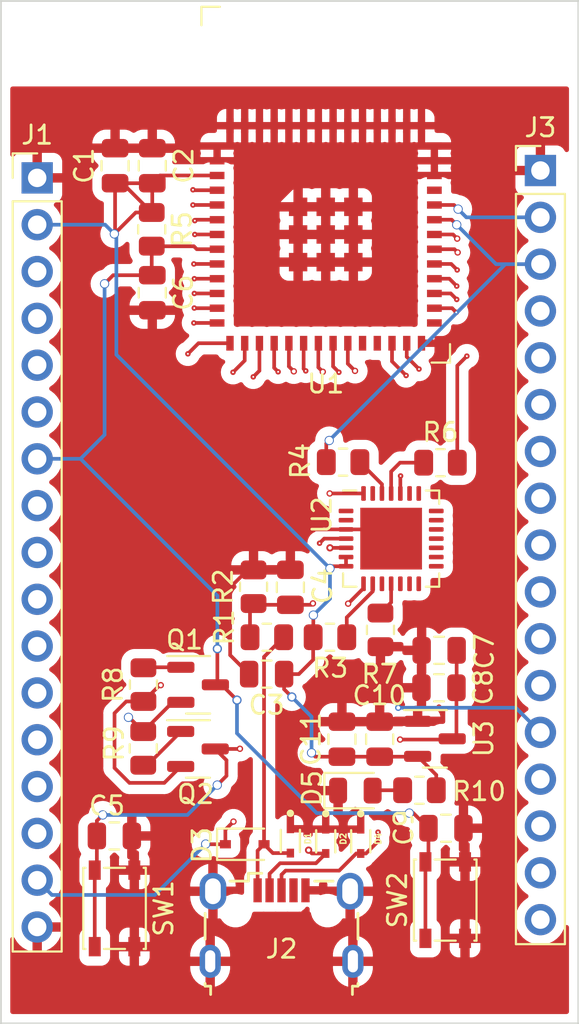
<source format=kicad_pcb>
(kicad_pcb (version 20211014) (generator pcbnew)
  (layers (0 "F.Cu" signal) (1 "In1.Cu" signal) (2 "In2.Cu" signal) (31 "B.Cu" signal) (34 "B.Paste" user) (35 "F.Paste" user) (36 "B.SilkS" user "B.Silkscreen") (37 "F.SilkS" user "F.Silkscreen") (38 "B.Mask" user) (39 "F.Mask" user) (44 "Edge.Cuts" user))
  (net 0 "")
  (net 1 "+3V3")
  (net 2 "GND")
  (net 3 "Net-(C4-Pad1)")
  (net 4 "GPIO0")
  (net 5 "ESP_RST")
  (net 6 "+5V")
  (net 7 "VBUS")
  (net 8 "/CP2102N_A02_GQFN28/USB_DN")
  (net 9 "/CP2102N_A02_GQFN28/USB_DP")
  (net 10 "Net-(D5-Pad2)")
  (net 11 "GPI36")
  (net 12 "GPI37")
  (net 13 "GPI38")
  (net 14 "GPI39")
  (net 15 "GPI34")
  (net 16 "GPI35")
  (net 17 "GPIO32")
  (net 18 "GPI033")
  (net 19 "GPIO25")
  (net 20 "GPIO26")
  (net 21 "GPIO27")
  (net 22 "GPIO14")
  (net 26 "U0TXD")
  (net 27 "U0RXD")
  (net 29 "GPIO21")
  (net 30 "GPIO22")
  (net 31 "GPIO19")
  (net 32 "GPIO23")
  (net 33 "GPIO18")
  (net 34 "GPIO5")
  (net 35 "GPIO10")
  (net 36 "GPIO9")
  (net 38 "GPIO4")
  (net 39 "GPIO2")
  (net 40 "GPIO15")
  (net 41 "GPIO13")
  (net 42 "GPIO12")
  (net 43 "Net-(Q1-Pad1)")
  (net 44 "/CP2102N_A02_GQFN28/RTS")
  (net 45 "Net-(Q2-Pad1)")
  (net 46 "/CP2102N_A02_GQFN28/DTR")
  (net 47 "Net-(R3-Pad2)")
  (net 48 "Net-(R4-Pad1)")
  (net 49 "Net-(R6-Pad1)")
  (net 50 "Net-(R7-Pad2)")
  (footprint "Capacitor_SMD:C_0805_2012Metric" (layer "F.Cu") (at 95.44 80.09 90)
    (fp_text reference "C4")
    (fp_text value "1uF/16V(10%)" hide)
  )
  (footprint "Connector_PinHeader_2.54mm:PinHeader_1x17_P2.54mm_Vertical" (layer "F.Cu") (at 81.69 57.88)
    (fp_text reference "J1")
    (fp_text value "CON17X1_2P54" hide)
  )
  (footprint "Button_Switch_SMD:SW_SPST_PTS810" (layer "F.Cu") (at 85.89 97.51 90)
    (fp_text reference "SW1")
    (fp_text value "SW_Push" hide)
  )
  (footprint "Capacitor_SMD:C_0805_2012Metric" (layer "F.Cu") (at 103.52 83.51 180)
    (fp_text reference "C7")
    (fp_text value "10uF/25V(20%)" hide)
  )
  (footprint "Capacitor_SMD:C_0805_2012Metric" (layer "F.Cu") (at 85.88 93.58 180)
    (fp_text reference "C5")
    (fp_text value "0.1uF/50V(10%)(NC)" hide)
  )
  (footprint "Package_TO_SOT_SMD:SOT-23" (layer "F.Cu") (at 90.42 88.86)
    (fp_text reference "Q2")
    (fp_text value "L8050QLT1G" hide)
  )
  (footprint "Connector_PinHeader_2.54mm:PinHeader_1x17_P2.54mm_Vertical" (layer "F.Cu") (at 109.02 57.48)
    (fp_text reference "J3")
    (fp_text value "CON17X1_2P54" hide)
  )
  (footprint "Diode_SMD:D_SOD-323" (layer "F.Cu") (at 92.96 94.03)
    (fp_text reference "D3")
    (fp_text value "1N5819WS" hide)
  )
  (footprint "Capacitor_SMD:C_0805_2012Metric" (layer "F.Cu") (at 94.15 84.8 180)
    (fp_text reference "C3")
    (fp_text value "10uF/25V(20%)" hide)
  )
  (footprint "LESD5D5:TVS_LESD5D5.0CT1G" (layer "F.Cu") (at 97.36 93.87 -90)
    (fp_text reference "D2")
    (fp_text value "D_TVS_Filled" hide)
  )
  (footprint "Resistor_SMD:R_0805_2012Metric" (layer "F.Cu") (at 98.3025 73.3 180)
    (fp_text reference "R4")
    (fp_text value "0(1%)" hide)
  )
  (footprint "Connector_USB:USB_Micro-B_Wuerth_629105150521" (layer "F.Cu") (at 94.96 98.43)
    (fp_text reference "J2")
    (fp_text value "USB_B_Micro" hide)
  )
  (footprint "Capacitor_SMD:C_0805_2012Metric" (layer "F.Cu") (at 103.51 85.54 180)
    (fp_text reference "C8")
    (fp_text value "0.1uF/50V(10%)" hide)
  )
  (footprint "Capacitor_SMD:C_0805_2012Metric" (layer "F.Cu") (at 103.89 93.16 180)
    (fp_text reference "C9")
    (fp_text value "0.1uF/50V(10%)(NC)" hide)
  )
  (footprint "Capacitor_SMD:C_0805_2012Metric" (layer "F.Cu") (at 85.92 57.22 90)
    (fp_text reference "C1")
    (fp_text value "10uF/25V(20%)" hide)
  )
  (footprint "Capacitor_SMD:C_0805_2012Metric" (layer "F.Cu") (at 87.94 57.22 90)
    (fp_text reference "C2")
    (fp_text value "0.1uF/50V(10%)" hide)
  )
  (footprint "nuevo simbolo:esp32-devkitM-1" (layer "F.Cu") (at 97.36 60.95)
    (fp_text reference "U1")
    (fp_text value "esp32-devkitM-1" hide)
  )
  (footprint "Resistor_SMD:R_0805_2012Metric" (layer "F.Cu") (at 93.44 80.06 90)
    (fp_text reference "R2")
    (fp_text value "47.5K(1%)" hide)
  )
  (footprint "Resistor_SMD:R_0805_2012Metric" (layer "F.Cu") (at 87.45 88.83 -90)
    (fp_text reference "R9")
    (fp_text value "10K(1%)" hide)
  )
  (footprint "Capacitor_SMD:C_0805_2012Metric" (layer "F.Cu") (at 87.94 64.11 -90)
    (fp_text reference "C6")
    (fp_text value "1uF/16V(10%)" hide)
  )
  (footprint "Package_TO_SOT_SMD:SOT-23" (layer "F.Cu") (at 103.29 88.31)
    (fp_text reference "U3")
    (fp_text value "SGM2212-3.3XKC3G/TR" hide)
  )
  (footprint "Button_Switch_SMD:SW_SPST_PTS810" (layer "F.Cu") (at 103.85 97.06 90)
    (fp_text reference "SW2")
    (fp_text value "SW_Push" hide)
  )
  (footprint "LESD5D5:TVS_LESD5D5.0CT1G" (layer "F.Cu") (at 99.26 93.87 -90)
    (fp_text reference "D4")
    (fp_text value "D_TVS_Filled" hide)
  )
  (footprint "Resistor_SMD:R_0805_2012Metric" (layer "F.Cu") (at 103.5925 73.33)
    (fp_text reference "R6")
    (fp_text value "0(1%)" hide)
  )
  (footprint "Resistor_SMD:R_0805_2012Metric" (layer "F.Cu") (at 94.16 82.8 180)
    (fp_text reference "R1")
    (fp_text value "22.1K(1%)" hide)
  )
  (footprint "Package_TO_SOT_SMD:SOT-23" (layer "F.Cu") (at 90.43 85.38)
    (fp_text reference "Q1")
    (fp_text value "L8050QLT1G" hide)
  )
  (footprint "Resistor_SMD:R_0805_2012Metric" (layer "F.Cu") (at 87.91 60.67 -90)
    (fp_text reference "R5")
    (fp_text value "10K(1%)" hide)
  )
  (footprint "Resistor_SMD:R_0805_2012Metric" (layer "F.Cu") (at 100.3325 82.4 90)
    (fp_text reference "R7")
    (fp_text value "10K(1%)(NC)" hide)
  )
  (footprint "LED_SMD:LED_0805_2012Metric" (layer "F.Cu") (at 98.97 91.12)
    (fp_text reference "D5")
    (fp_text value "LED" hide)
  )
  (footprint "Resistor_SMD:R_0805_2012Metric" (layer "F.Cu") (at 102.45 91.1)
    (fp_text reference "R10")
    (fp_text value "5.1K(1%)" hide)
  )
  (footprint "Capacitor_SMD:C_0805_2012Metric" (layer "F.Cu") (at 100.29 88.33 90)
    (fp_text reference "C10")
    (fp_text value "0.1uF/50V(10%)" hide)
  )
  (footprint "Capacitor_SMD:C_0805_2012Metric" (layer "F.Cu") (at 98.24 88.33 90)
    (fp_text reference "C11")
    (fp_text value "10uF/25V(20%)" hide)
  )
  (footprint "Resistor_SMD:R_0805_2012Metric" (layer "F.Cu") (at 97.59 82.8)
    (fp_text reference "R3")
    (fp_text value "1K(1%)" hide)
  )
  (footprint "Resistor_SMD:R_0805_2012Metric" (layer "F.Cu") (at 87.46 85.37 90)
    (fp_text reference "R8")
    (fp_text value "10K(1%)" hide)
  )
  (footprint "LESD5D5:TVS_LESD5D5.0CT1G" (layer "F.Cu") (at 95.44 93.85 -90)
    (fp_text reference "D1")
    (fp_text value "D_TVS_Filled" hide)
  )
  (footprint "Package_DFN_QFN:QFN-28-1EP_5x5mm_P0.5mm_EP3.35x3.35mm" (layer "F.Cu") (at 100.9125 77.45)
    (fp_text reference "U2")
    (fp_text value "CP2102N-Axx-xQFN28" hide)
  )
  (gr_rect (start 79.72 103.75) (end 111.08 48.28) (layer "Edge.Cuts") (width 0.1) (fill none))
  (segment (start 98.24 89.28) (end 100.29 89.28) (width 0.2) (layer "F.Cu") (net 1))
  (segment (start 87.91 59.7575) (end 86.3225 58.17) (width 0.2) (layer "F.Cu") (net 1))
  (segment (start 87.0425 59.7575) (end 85.88 60.92) (width 0.2) (layer "F.Cu") (net 1))
  (segment (start 96.68 82.7975) (end 96.6775 82.8) (width 0.2) (layer "F.Cu") (net 1))
  (segment (start 87.94 58.17) (end 87.94 59.7275) (width 0.2) (layer "F.Cu") (net 1))
  (segment (start 87.91 59.7575) (end 87.0425 59.7575) (width 0.2) (layer "F.Cu") (net 1))
  (segment (start 100.29 89.28) (end 102.3325 89.28) (width 0.2) (layer "F.Cu") (net 1))
  (segment (start 98.24 89.28) (end 96.8 89.28) (width 0.2) (layer "F.Cu") (net 1))
  (segment (start 103.3625 91.1) (end 103.3625 90.27) (width 0.2) (layer "F.Cu") (net 1))
  (segment (start 96.69 81.6) (end 96.68 82.7975) (width 0.2) (layer "F.Cu") (net 1))
  (segment (start 95.1 85.62) (end 95.52 86.04) (width 0.2) (layer "F.Cu") (net 1))
  (segment (start 96.6775 84.0225) (end 96.6775 82.8) (width 0.2) (layer "F.Cu") (net 1))
  (segment (start 103.3625 90.27) (end 102.3525 89.26) (width 0.2) (layer "F.Cu") (net 1))
  (segment (start 87.94 59.7275) (end 87.91 59.7575) (width 0.2) (layer "F.Cu") (net 1))
  (segment (start 88.36 57.75) (end 87.94 58.17) (width 0.2) (layer "F.Cu") (net 1))
  (segment (start 95.9 84.8) (end 96.6775 84.0225) (width 0.2) (layer "F.Cu") (net 1))
  (segment (start 85.92 60.88) (end 85.92 58.17) (width 0.2) (layer "F.Cu") (net 1))
  (segment (start 86.3225 58.17) (end 85.92 58.17) (width 0.2) (layer "F.Cu") (net 1))
  (segment (start 97.71 78.95) (end 97.59 79.07) (width 0.2) (layer "F.Cu") (net 1))
  (segment (start 95.1 84.8) (end 95.1 85.62) (width 0.2) (layer "F.Cu") (net 1))
  (segment (start 87.94 58.17) (end 85.92 58.17) (width 0.2) (layer "F.Cu") (net 1))
  (segment (start 102.3325 89.28) (end 102.3525 89.26) (width 0.2) (layer "F.Cu") (net 1))
  (segment (start 98.4625 78.95) (end 98.4625 78.45) (width 0.2) (layer "F.Cu") (net 1))
  (segment (start 98.4625 78.95) (end 97.71 78.95) (width 0.2) (layer "F.Cu") (net 1))
  (segment (start 96.8 89.28) (end 96.59 89.07) (width 0.2) (layer "F.Cu") (net 1))
  (segment (start 91.46 57.75) (end 88.36 57.75) (width 0.2) (layer "F.Cu") (net 1))
  (segment (start 85.88 60.92) (end 85.92 60.88) (width 0.2) (layer "F.Cu") (net 1))
  (segment (start 95.1 84.8) (end 95.9 84.8) (width 0.2) (layer "F.Cu") (net 1))
  (via (at 97.59 79.07) (size 0.5) (drill 0.4) (layers "F.Cu" "B.Cu") (net 1))
  (via (at 85.88 60.92) (size 0.5) (drill 0.4) (layers "F.Cu" "B.Cu") (net 1))
  (via (at 96.59 89.07) (size 0.5) (drill 0.4) (layers "F.Cu" "B.Cu") (net 1))
  (via (at 96.69 81.6) (size 0.5) (drill 0.4) (layers "F.Cu" "B.Cu") (net 1))
  (via (at 95.52 86.04) (size 0.5) (drill 0.35) (layers "F.Cu" "B.Cu") (net 1))
  (segment (start 85.99 67.47) (end 85.99 61.03) (width 0.2) (layer "B.Cu") (net 1))
  (segment (start 96.59 87.11) (end 96.59 89.07) (width 0.2) (layer "B.Cu") (net 1))
  (segment (start 96.69 81.6) (end 97.59 80.71) (width 0.2) (layer "B.Cu") (net 1))
  (segment (start 97.59 79.07) (end 85.99 67.47) (width 0.2) (layer "B.Cu") (net 1))
  (segment (start 95.52 86.04) (end 96.59 87.11) (width 0.2) (layer "B.Cu") (net 1))
  (segment (start 81.69 60.42) (end 85.38 60.42) (width 0.2) (layer "B.Cu") (net 1))
  (segment (start 97.59 80.71) (end 97.59 79.07) (width 0.2) (layer "B.Cu") (net 1))
  (segment (start 85.38 60.42) (end 85.88 60.92) (width 0.2) (layer "B.Cu") (net 1))
  (segment (start 85.99 61.03) (end 85.88 60.92) (width 0.2) (layer "B.Cu") (net 1))
  (segment (start 96.39 76.95) (end 95.44 77.9) (width 0.2) (layer "F.Cu") (net 2))
  (segment (start 92.17 80.1) (end 92.17 83.77) (width 0.2) (layer "F.Cu") (net 2))
  (segment (start 95.44 77.9) (end 95.44 79.14) (width 0.2) (layer "F.Cu") (net 2))
  (segment (start 92.17 83.77) (end 93.2 84.8) (width 0.2) (layer "F.Cu") (net 2))
  (segment (start 98.4625 76.95) (end 96.39 76.95) (width 0.2) (layer "F.Cu") (net 2))
  (segment (start 93.1225 79.1475) (end 92.17 80.1) (width 0.2) (layer "F.Cu") (net 2))
  (segment (start 100.4125 76.95) (end 100.9125 77.45) (width 0.2) (layer "F.Cu") (net 2))
  (segment (start 98.4625 76.95) (end 100.4125 76.95) (width 0.2) (layer "F.Cu") (net 2))
  (segment (start 93.44 79.1475) (end 93.1225 79.1475) (width 0.2) (layer "F.Cu") (net 2))
  (segment (start 99.4125 80.141606) (end 98.577053 80.977053) (width 0.2) (layer "F.Cu") (net 3))
  (segment (start 95.44 81.04) (end 96.588955 81.04) (width 0.2) (layer "F.Cu") (net 3))
  (segment (start 93.2475 81.165) (end 93.44 80.9725) (width 0.2) (layer "F.Cu") (net 3))
  (segment (start 93.2475 82.8) (end 93.2475 81.165) (width 0.2) (layer "F.Cu") (net 3))
  (segment (start 99.4125 79.9) (end 99.4125 80.141606) (width 0.2) (layer "F.Cu") (net 3))
  (segment (start 96.588955 81.04) (end 96.6646 80.964355) (width 0.2) (layer "F.Cu") (net 3))
  (segment (start 93.5075 81.04) (end 93.44 80.9725) (width 0.2) (layer "F.Cu") (net 3))
  (segment (start 95.44 81.04) (end 93.5075 81.04) (width 0.2) (layer "F.Cu") (net 3))
  (via micro (at 96.6646 80.964355) (size 0.35) (drill 0.2) (layers "F.Cu" "In1.Cu") (net 3))
  (via micro (at 98.577053 80.977053) (size 0.35) (drill 0.2) (layers "F.Cu" "In1.Cu") (net 3))
  (segment (start 91.97 90.32) (end 91.97 89.4725) (width 0.2) (layer "F.Cu") (net 4))
  (segment (start 84.93 93.58) (end 84.93 92.76) (width 0.2) (layer "F.Cu") (net 4))
  (segment (start 84.815 95.435) (end 84.815 99.585) (width 0.2) (layer "F.Cu") (net 4))
  (segment (start 84.93 95.32) (end 84.815 95.435) (width 0.2) (layer "F.Cu") (net 4))
  (segment (start 84.93 93.58) (end 84.93 95.32) (width 0.2) (layer "F.Cu") (net 4))
  (segment (start 92.69 88.86) (end 92.7 88.85) (width 0.2) (layer "F.Cu") (net 4))
  (segment (start 91.3575 88.86) (end 92.69 88.86) (width 0.2) (layer "F.Cu") (net 4))
  (segment (start 91.47 90.82) (end 91.97 90.32) (width 0.2) (layer "F.Cu") (net 4))
  (segment (start 84.93 92.76) (end 85.25 92.44) (width 0.2) (layer "F.Cu") (net 4))
  (segment (start 97.76 66.85) (end 97.76 68.11) (width 0.2) (layer "F.Cu") (net 4))
  (segment (start 97.76 68.11) (end 98.075 68.425) (width 0.2) (layer "F.Cu") (net 4))
  (segment (start 91.97 89.4725) (end 91.3575 88.86) (width 0.2) (layer "F.Cu") (net 4))
  (via (at 85.25 92.44) (size 0.5) (drill 0.4) (layers "F.Cu" "B.Cu") (net 4))
  (via (at 91.47 90.82) (size 0.5) (drill 0.4) (layers "F.Cu" "B.Cu") (net 4))
  (via micro (at 98.075 68.425) (size 0.3) (drill 0.1) (layers "F.Cu" "In1.Cu") (net 4))
  (via micro (at 92.7 88.85) (size 0.35) (drill 0.2) (layers "F.Cu" "In2.Cu") (net 4))
  (via micro (at 101.3 86.625) (size 0.35) (drill 0.2) (layers "In2.Cu" "B.Cu") (net 4))
  (segment (start 107.685 86.625) (end 109.02 87.96) (width 0.2) (layer "B.Cu") (net 4))
  (segment (start 85.25 92.44) (end 89.85 92.44) (width 0.2) (layer "B.Cu") (net 4))
  (segment (start 89.85 92.44) (end 91.47 90.82) (width 0.2) (layer "B.Cu") (net 4))
  (segment (start 101.3 86.625) (end 107.685 86.625) (width 0.2) (layer "B.Cu") (net 4))
  (segment (start 91.475 83.425) (end 91.475 85.2725) (width 0.2) (layer "F.Cu") (net 5))
  (segment (start 102.94 94.82) (end 102.775 94.985) (width 0.2) (layer "F.Cu") (net 5))
  (segment (start 90.36 61.75) (end 91.46 61.75) (width 0.2) (layer "F.Cu") (net 5))
  (segment (start 85.815 63.16) (end 85.35 63.625) (width 0.2) (layer "F.Cu") (net 5))
  (segment (start 87.91 63.13) (end 87.94 63.16) (width 0.2) (layer "F.Cu") (net 5))
  (segment (start 91.71 85.38) (end 92.54 86.21) (width 0.2) (layer "F.Cu") (net 5))
  (segment (start 102.94 93.16) (end 102.94 94.82) (width 0.2) (layer "F.Cu") (net 5))
  (segment (start 90.2 61.59) (end 90.36 61.75) (width 0.2) (layer "F.Cu") (net 5))
  (segment (start 91.475 85.2725) (end 91.3675 85.38) (width 0.2) (layer "F.Cu") (net 5))
  (segment (start 87.91 61.5825) (end 87.91 63.13) (width 0.2) (layer "F.Cu") (net 5))
  (segment (start 102.12 92.34) (end 102.94 93.16) (width 0.2) (layer "F.Cu") (net 5))
  (segment (start 87.94 63.16) (end 85.815 63.16) (width 0.2) (layer "F.Cu") (net 5))
  (segment (start 102.775 94.985) (end 102.775 99.135) (width 0.2) (layer "F.Cu") (net 5))
  (segment (start 101.9 92.34) (end 102.12 92.34) (width 0.2) (layer "F.Cu") (net 5))
  (segment (start 91.3675 85.38) (end 91.71 85.38) (width 0.2) (layer "F.Cu") (net 5))
  (segment (start 87.9175 61.59) (end 90.2 61.59) (width 0.2) (layer "F.Cu") (net 5))
  (segment (start 87.91 61.5825) (end 87.9175 61.59) (width 0.2) (layer "F.Cu") (net 5))
  (via (at 92.54 86.21) (size 0.5) (drill 0.35) (layers "F.Cu" "B.Cu") (net 5))
  (via (at 85.35 63.625) (size 0.5) (drill 0.4) (layers "F.Cu" "B.Cu") (net 5))
  (via (at 91.475 83.425) (size 0.5) (drill 0.35) (layers "F.Cu" "B.Cu") (net 5))
  (via (at 101.9 92.34) (size 0.5) (drill 0.4) (layers "F.Cu" "B.Cu") (net 5))
  (segment (start 96.87 92.34) (end 101.9 92.34) (width 0.2) (layer "B.Cu") (net 5))
  (segment (start 91.475 80.55) (end 91.475 83.425) (width 0.2) (layer "B.Cu") (net 5))
  (segment (start 81.69 73.12) (end 84.045 73.12) (width 0.2) (layer "B.Cu") (net 5))
  (segment (start 85.35 71.815) (end 84.045 73.12) (width 0.2) (layer "B.Cu") (net 5))
  (segment (start 89.95 79.025) (end 91.475 80.55) (width 0.2) (layer "B.Cu") (net 5))
  (segment (start 92.54 88.01) (end 96.87 92.34) (width 0.2) (layer "B.Cu") (net 5))
  (segment (start 92.54 86.21) (end 92.54 88.01) (width 0.2) (layer "B.Cu") (net 5))
  (segment (start 85.35 63.625) (end 85.35 71.815) (width 0.2) (layer "B.Cu") (net 5))
  (segment (start 84.045 73.12) (end 89.95 79.025) (width 0.2) (layer "B.Cu") (net 5))
  (segment (start 104.47 83.51) (end 104.47 85.53) (width 0.2) (layer "F.Cu") (net 6))
  (segment (start 91.91 93.24) (end 92.35 92.8) (width 0.2) (layer "F.Cu") (net 6))
  (segment (start 91.91 94.03) (end 91.91 93.24) (width 0.2) (layer "F.Cu") (net 6))
  (segment (start 104.46 85.54) (end 104.46 88.0775) (width 0.2) (layer "F.Cu") (net 6))
  (segment (start 104.1875 88.35) (end 104.2275 88.31) (width 0.2) (layer "F.Cu") (net 6))
  (segment (start 104.46 88.0775) (end 104.2275 88.31) (width 0.2) (layer "F.Cu") (net 6))
  (segment (start 90.85 94.03) (end 90.84 94.02) (width 0.2) (layer "F.Cu") (net 6))
  (segment (start 101.4 88.35) (end 104.1875 88.35) (width 0.2) (layer "F.Cu") (net 6))
  (segment (start 91.91 94.03) (end 90.85 94.03) (width 0.2) (layer "F.Cu") (net 6))
  (segment (start 104.47 85.53) (end 104.46 85.54) (width 0.2) (layer "F.Cu") (net 6))
  (via (at 90.84 94.02) (size 0.5) (drill 0.4) (layers "F.Cu" "B.Cu") (net 6))
  (via micro (at 92.35 92.8) (size 0.35) (drill 0.2) (layers "F.Cu" "In2.Cu") (net 6))
  (via micro (at 101.4 88.35) (size 0.35) (drill 0.2) (layers "F.Cu" "In2.Cu") (net 6))
  (segment (start 82.49 96.78) (end 81.69 95.98) (width 0.2) (layer "B.Cu") (net 6))
  (segment (start 88.08 96.78) (end 82.49 96.78) (width 0.2) (layer "B.Cu") (net 6))
  (segment (start 90.84 94.02) (end 88.08 96.78) (width 0.2) (layer "B.Cu") (net 6))
  (segment (start 94.01 94.03) (end 94.01 83.865) (width 0.2) (layer "F.Cu") (net 7))
  (segment (start 95.44 94.51) (end 94.49 94.51) (width 0.2) (layer "F.Cu") (net 7))
  (segment (start 94.2 83.6725) (end 95.0725 82.8) (width 0.2) (layer "F.Cu") (net 7))
  (segment (start 94.05 83.825) (end 94.2 83.6725) (width 0.2) (layer "F.Cu") (net 7))
  (segment (start 94.01 83.865) (end 94.05 83.825) (width 0.2) (layer "F.Cu") (net 7))
  (segment (start 93.66 96.53) (end 93.66 94.38) (width 0.2) (layer "F.Cu") (net 7))
  (segment (start 94.49 94.51) (end 94.01 94.03) (width 0.2) (layer "F.Cu") (net 7))
  (segment (start 93.66 94.38) (end 94.01 94.03) (width 0.2) (layer "F.Cu") (net 7))
  (segment (start 94.31 95.63) (end 94.88 95.06) (width 0.2) (layer "F.Cu") (net 8))
  (segment (start 94.31 96.53) (end 94.31 95.63) (width 0.2) (layer "F.Cu") (net 8))
  (segment (start 96.61 94.53) (end 96.43 94.35) (width 0.2) (layer "F.Cu") (net 8))
  (segment (start 96.83 95.06) (end 97.36 94.53) (width 0.2) (layer "F.Cu") (net 8))
  (segment (start 97.36 94.53) (end 96.61 94.53) (width 0.2) (layer "F.Cu") (net 8))
  (segment (start 98.4625 77.95) (end 97.59 77.95) (width 0.2) (layer "F.Cu") (net 8))
  (segment (start 94.88 95.06) (end 96.83 95.06) (width 0.2) (layer "F.Cu") (net 8))
  (via micro (at 97.59 77.95) (size 0.4) (drill 0.2) (layers "F.Cu" "In1.Cu") (net 8))
  (via micro (at 96.43 94.35) (size 0.4) (drill 0.2) (layers "F.Cu" "In1.Cu") (net 8))
  (segment (start 98.4625 77.45) (end 97.275 77.45) (width 0.2) (layer "F.Cu") (net 9))
  (segment (start 99.02 94.53) (end 99.26 94.53) (width 0.2) (layer "F.Cu") (net 9))
  (segment (start 97.275 77.45) (end 97.025 77.7) (width 0.2) (layer "F.Cu") (net 9))
  (segment (start 98.09 95.46) (end 99.02 94.53) (width 0.2) (layer "F.Cu") (net 9))
  (segment (start 99.26 94.53) (end 99.545 94.53) (width 0.2) (layer "F.Cu") (net 9))
  (segment (start 95.18 95.46) (end 98.09 95.46) (width 0.2) (layer "F.Cu") (net 9))
  (segment (start 94.96 95.68) (end 95.18 95.46) (width 0.2) (layer "F.Cu") (net 9))
  (segment (start 100.2 93.875) (end 100.2 93.375) (width 0.2) (layer "F.Cu") (net 9))
  (segment (start 99.545 94.53) (end 100.2 93.875) (width 0.2) (layer "F.Cu") (net 9))
  (segment (start 94.96 96.53) (end 94.96 95.68) (width 0.2) (layer "F.Cu") (net 9))
  (via micro (at 100.2 93.375) (size 0.3) (drill 0.1) (layers "F.Cu" "In2.Cu") (net 9))
  (via micro (at 97.025 77.7) (size 0.3) (drill 0.1) (layers "F.Cu" "In2.Cu") (net 9))
  (segment (start 101.5375 91.1) (end 99.9275 91.1) (width 0.2) (layer "F.Cu") (net 10))
  (segment (start 99.9275 91.1) (end 99.9075 91.12) (width 0.2) (layer "F.Cu") (net 10))
  (segment (start 91.46 58.55) (end 90.175 58.55) (width 0.2) (layer "F.Cu") (net 11))
  (segment (start 90.175 58.55) (end 90.15 58.525) (width 0.2) (layer "F.Cu") (net 11))
  (via micro (at 90.15 58.525) (size 0.3) (drill 0.1) (layers "F.Cu" "In1.Cu") (net 11))
  (segment (start 91.46 59.35) (end 90.15 59.35) (width 0.2) (layer "F.Cu") (net 12))
  (via micro (at 90.15 59.35) (size 0.3) (drill 0.1) (layers "F.Cu" "In1.Cu") (net 12))
  (segment (start 90.3 60.15) (end 90.25 60.2) (width 0.2) (layer "F.Cu") (net 13))
  (segment (start 91.46 60.15) (end 90.3 60.15) (width 0.2) (layer "F.Cu") (net 13))
  (via micro (at 90.25 60.2) (size 0.3) (drill 0.1) (layers "F.Cu" "In1.Cu") (net 13))
  (segment (start 91.46 60.95) (end 90.25 60.95) (width 0.2) (layer "F.Cu") (net 14))
  (via micro (at 90.25 60.95) (size 0.3) (drill 0.1) (layers "F.Cu" "In1.Cu") (net 14))
  (segment (start 91.46 62.55) (end 90.2 62.55) (width 0.2) (layer "F.Cu") (net 15))
  (via micro (at 90.2 62.55) (size 0.3) (drill 0.1) (layers "F.Cu" "In1.Cu") (net 15))
  (segment (start 91.46 63.35) (end 90.225 63.35) (width 0.2) (layer "F.Cu") (net 16))
  (via micro (at 90.225 63.35) (size 0.3) (drill 0.1) (layers "F.Cu" "In1.Cu") (net 16))
  (segment (start 91.46 64.15) (end 90.225 64.15) (width 0.2) (layer "F.Cu") (net 17))
  (via micro (at 90.225 64.15) (size 0.3) (drill 0.1) (layers "F.Cu" "In1.Cu") (net 17))
  (segment (start 91.46 64.95) (end 90.230467 64.95) (width 0.2) (layer "F.Cu") (net 18))
  (segment (start 90.230467 64.95) (end 90.221737 64.94127) (width 0.2) (layer "F.Cu") (net 18))
  (via micro (at 90.221737 64.94127) (size 0.3) (drill 0.1) (layers "F.Cu" "In1.Cu") (net 18))
  (segment (start 91.46 65.75) (end 90.2 65.75) (width 0.2) (layer "F.Cu") (net 19))
  (via micro (at 90.2 65.75) (size 0.3) (drill 0.1) (layers "F.Cu" "In1.Cu") (net 19))
  (segment (start 90.45 66.85) (end 89.875 67.425) (width 0.2) (layer "F.Cu") (net 20))
  (segment (start 92.16 66.85) (end 90.45 66.85) (width 0.2) (layer "F.Cu") (net 20))
  (via micro (at 89.875 67.425) (size 0.3) (drill 0.1) (layers "F.Cu" "In1.Cu") (net 20))
  (segment (start 92.96 66.85) (end 92.96 67.79) (width 0.2) (layer "F.Cu") (net 21))
  (segment (start 92.96 67.79) (end 92.325 68.425) (width 0.2) (layer "F.Cu") (net 21))
  (via micro (at 92.325 68.425) (size 0.3) (drill 0.1) (layers "F.Cu" "In1.Cu") (net 21))
  (segment (start 93.76 68.34) (end 93.425 68.675) (width 0.2) (layer "F.Cu") (net 22))
  (segment (start 93.76 66.85) (end 93.76 68.34) (width 0.2) (layer "F.Cu") (net 22))
  (via micro (at 93.425 68.675) (size 0.3) (drill 0.1) (layers "F.Cu" "In1.Cu") (net 22))
  (segment (start 104.325 59.35) (end 104.55 59.575) (width 0.2) (layer "F.Cu") (net 26))
  (segment (start 103.26 59.35) (end 104.325 59.35) (width 0.2) (layer "F.Cu") (net 26))
  (segment (start 104.505 68.07) (end 105.025 67.55) (width 0.2) (layer "F.Cu") (net 26))
  (segment (start 104.505 73.33) (end 104.505 68.07) (width 0.2) (layer "F.Cu") (net 26))
  (via (at 104.55 59.575) (size 0.5) (drill 0.4) (layers "F.Cu" "B.Cu") (net 26))
  (via micro (at 105.025 67.55) (size 0.3) (drill 0.1) (layers "F.Cu" "In2.Cu") (net 26))
  (segment (start 104.55 59.575) (end 104.995 60.02) (width 0.2) (layer "B.Cu") (net 26))
  (segment (start 104.995 60.02) (end 109.02 60.02) (width 0.2) (layer "B.Cu") (net 26))
  (segment (start 104.2 60.15) (end 104.475 60.425) (width 0.2) (layer "F.Cu") (net 27))
  (segment (start 97.39 73.3) (end 97.39 72.285) (width 0.2) (layer "F.Cu") (net 27))
  (segment (start 97.39 72.285) (end 97.55 72.125) (width 0.2) (layer "F.Cu") (net 27))
  (segment (start 103.26 60.15) (end 104.2 60.15) (width 0.2) (layer "F.Cu") (net 27))
  (via (at 97.55 72.125) (size 0.5) (drill 0.4) (layers "F.Cu" "B.Cu") (net 27))
  (via (at 104.475 60.425) (size 0.5) (drill 0.4) (layers "F.Cu" "B.Cu") (net 27))
  (segment (start 106.61 62.56) (end 107.115 62.56) (width 0.2) (layer "B.Cu") (net 27))
  (segment (start 104.475 60.425) (end 106.61 62.56) (width 0.2) (layer "B.Cu") (net 27))
  (segment (start 107.115 62.56) (end 109.02 62.56) (width 0.2) (layer "B.Cu") (net 27))
  (segment (start 97.55 72.125) (end 107.115 62.56) (width 0.2) (layer "B.Cu") (net 27))
  (segment (start 104.275 60.95) (end 104.5 61.175) (width 0.2) (layer "F.Cu") (net 29))
  (segment (start 103.26 60.95) (end 104.275 60.95) (width 0.2) (layer "F.Cu") (net 29))
  (via micro (at 104.5 61.175) (size 0.35) (drill 0.2) (layers "F.Cu" "In1.Cu") (net 29))
  (segment (start 103.26 61.75) (end 104.35 61.75) (width 0.2) (layer "F.Cu") (net 30))
  (segment (start 104.35 61.75) (end 104.525 61.925) (width 0.2) (layer "F.Cu") (net 30))
  (via micro (at 104.525 61.925) (size 0.35) (drill 0.2) (layers "F.Cu" "In1.Cu") (net 30))
  (segment (start 104.175 62.55) (end 104.5 62.875) (width 0.2) (layer "F.Cu") (net 31))
  (segment (start 103.26 62.55) (end 104.175 62.55) (width 0.2) (layer "F.Cu") (net 31))
  (via micro (at 104.5 62.875) (size 0.3) (drill 0.1) (layers "F.Cu" "In1.Cu") (net 31))
  (segment (start 104.075 63.35) (end 104.475 63.75) (width 0.2) (layer "F.Cu") (net 32))
  (segment (start 103.26 63.35) (end 104.075 63.35) (width 0.2) (layer "F.Cu") (net 32))
  (via micro (at 104.475 63.75) (size 0.3) (drill 0.1) (layers "F.Cu" "In1.Cu") (net 32))
  (segment (start 103.26 64.15) (end 104.15 64.15) (width 0.2) (layer "F.Cu") (net 33))
  (segment (start 104.15 64.15) (end 104.475 64.475) (width 0.2) (layer "F.Cu") (net 33))
  (via micro (at 104.475 64.475) (size 0.3) (drill 0.1) (layers "F.Cu" "In1.Cu") (net 33))
  (segment (start 103.26 64.95) (end 104.225 64.95) (width 0.2) (layer "F.Cu") (net 34))
  (segment (start 104.225 64.95) (end 104.45 65.175) (width 0.2) (layer "F.Cu") (net 34))
  (via micro (at 104.45 65.175) (size 0.3) (drill 0.1) (layers "F.Cu" "In1.Cu") (net 34))
  (segment (start 101.76 67.585) (end 102.425 68.25) (width 0.2) (layer "F.Cu") (net 35))
  (segment (start 101.76 66.85) (end 101.76 67.585) (width 0.2) (layer "F.Cu") (net 35))
  (via micro (at 102.425 68.25) (size 0.3) (drill 0.1) (layers "F.Cu" "In1.Cu") (net 35))
  (segment (start 100.96 66.85) (end 100.96 67.835) (width 0.2) (layer "F.Cu") (net 36))
  (segment (start 100.96 67.835) (end 101.725 68.6) (width 0.2) (layer "F.Cu") (net 36))
  (via micro (at 101.725 68.6) (size 0.3) (drill 0.1) (layers "F.Cu" "In1.Cu") (net 36))
  (segment (start 98.56 67.96) (end 98.95 68.35) (width 0.2) (layer "F.Cu") (net 38))
  (segment (start 98.56 66.85) (end 98.56 67.96) (width 0.2) (layer "F.Cu") (net 38))
  (via micro (at 98.95 68.35) (size 0.35) (drill 0.2) (layers "F.Cu" "In1.Cu") (net 38))
  (segment (start 96.96 66.85) (end 96.96 68.16) (width 0.2) (layer "F.Cu") (net 39))
  (segment (start 96.96 68.16) (end 97.2 68.4) (width 0.2) (layer "F.Cu") (net 39))
  (via micro (at 97.2 68.4) (size 0.35) (drill 0.2) (layers "F.Cu" "In1.Cu") (net 39))
  (segment (start 96.16 68.235) (end 96.275 68.35) (width 0.2) (layer "F.Cu") (net 40))
  (segment (start 96.16 66.85) (end 96.16 68.235) (width 0.2) (layer "F.Cu") (net 40))
  (via micro (at 96.275 68.35) (size 0.3) (drill 0.1) (layers "F.Cu" "In1.Cu") (net 40))
  (segment (start 95.36 68.11) (end 95.625 68.375) (width 0.2) (layer "F.Cu") (net 41))
  (segment (start 95.36 66.85) (end 95.36 68.11) (width 0.2) (layer "F.Cu") (net 41))
  (via micro (at 95.625 68.375) (size 0.35) (drill 0.2) (layers "F.Cu" "In1.Cu") (net 41))
  (segment (start 94.56 66.85) (end 94.56 68.185) (width 0.2) (layer "F.Cu") (net 42))
  (segment (start 94.56 68.185) (end 94.775 68.4) (width 0.2) (layer "F.Cu") (net 42))
  (via micro (at 94.775 68.4) (size 0.3) (drill 0.1) (layers "F.Cu" "In1.Cu") (net 42))
  (segment (start 87.4875 84.43) (end 87.46 84.4575) (width 0.2) (layer "F.Cu") (net 43))
  (segment (start 89.4925 84.43) (end 87.4875 84.43) (width 0.2) (layer "F.Cu") (net 43))
  (segment (start 89.0375 86.33) (end 87.45 87.9175) (width 0.2) (layer "F.Cu") (net 44))
  (segment (start 86.678023 87.145523) (end 87.45 87.9175) (width 0.2) (layer "F.Cu") (net 44))
  (segment (start 101.4125 75) (end 101.4125 74.0625) (width 0.2) (layer "F.Cu") (net 44))
  (segment (start 86.645523 87.145523) (end 86.678023 87.145523) (width 0.2) (layer "F.Cu") (net 44))
  (segment (start 101.4125 74.0625) (end 101.425 74.05) (width 0.2) (layer "F.Cu") (net 44))
  (segment (start 89.4925 86.33) (end 89.0375 86.33) (width 0.2) (layer "F.Cu") (net 44))
  (via (at 86.645523 87.145523) (size 0.5) (drill 0.4) (layers "F.Cu" "B.Cu") (net 44))
  (via micro (at 101.425 74.05) (size 0.3) (drill 0.1) (layers "F.Cu" "In1.Cu") (net 44))
  (segment (start 89.4825 87.9275) (end 89.4825 87.91) (width 0.2) (layer "F.Cu") (net 45))
  (segment (start 87.6675 89.7425) (end 89.4825 87.9275) (width 0.2) (layer "F.Cu") (net 45))
  (segment (start 87.45 89.7425) (end 87.6675 89.7425) (width 0.2) (layer "F.Cu") (net 45))
  (segment (start 85.89 86.92) (end 85.89 89.89) (width 0.2) (layer "F.Cu") (net 46))
  (segment (start 85.89 89.89) (end 86.7 90.7) (width 0.2) (layer "F.Cu") (net 46))
  (segment (start 99.4125 75) (end 97.575 75) (width 0.2) (layer "F.Cu") (net 46))
  (segment (start 88.4 85.4) (end 88.3425 85.4) (width 0.2) (layer "F.Cu") (net 46))
  (segment (start 88.3425 85.4) (end 87.46 86.2825) (width 0.2) (layer "F.Cu") (net 46))
  (segment (start 86.7 90.7) (end 88.5925 90.7) (width 0.2) (layer "F.Cu") (net 46))
  (segment (start 87.46 86.2825) (end 86.5275 86.2825) (width 0.2) (layer "F.Cu") (net 46))
  (segment (start 86.5275 86.2825) (end 85.89 86.92) (width 0.2) (layer "F.Cu") (net 46))
  (segment (start 88.5925 90.7) (end 89.4825 89.81) (width 0.2) (layer "F.Cu") (net 46))
  (via micro (at 88.4 85.4) (size 0.35) (drill 0.2) (layers "F.Cu" "In1.Cu") (net 46))
  (via micro (at 97.575 75) (size 0.35) (drill 0.2) (layers "F.Cu" "In1.Cu") (net 46))
  (segment (start 98.5025 81.722652) (end 99.9125 80.312652) (width 0.2) (layer "F.Cu") (net 47))
  (segment (start 99.9125 80.312652) (end 99.9125 79.9) (width 0.2) (layer "F.Cu") (net 47))
  (segment (start 98.5025 82.8) (end 98.5025 81.722652) (width 0.2) (layer "F.Cu") (net 47))
  (segment (start 100.4125 74.4975) (end 99.215 73.3) (width 0.2) (layer "F.Cu") (net 48))
  (segment (start 100.4125 75) (end 100.4125 74.4975) (width 0.2) (layer "F.Cu") (net 48))
  (segment (start 101.395 73.33) (end 102.68 73.33) (width 0.2) (layer "F.Cu") (net 49))
  (segment (start 100.9125 75) (end 100.9125 73.8125) (width 0.2) (layer "F.Cu") (net 49))
  (segment (start 100.9125 73.8125) (end 101.395 73.33) (width 0.2) (layer "F.Cu") (net 49))
  (segment (start 100.9125 80.9075) (end 100.3325 81.4875) (width 0.2) (layer "F.Cu") (net 50))
  (segment (start 100.9125 79.9) (end 100.9125 80.9075) (width 0.2) (layer "F.Cu") (net 50))
  (zone (net 2) (net_name "GND") (layer "F.Cu") (connect_pads (clearance 0.508)) (min_thickness 0.254) (fill yes (thermal_gap 0.508) (thermal_bridge_width 0.508))
    (polygon (pts (xy 111.03 103.7) (xy 79.77 103.7) (xy 79.77 52.92) (xy 111.03 52.92)))
  )
)
</source>
